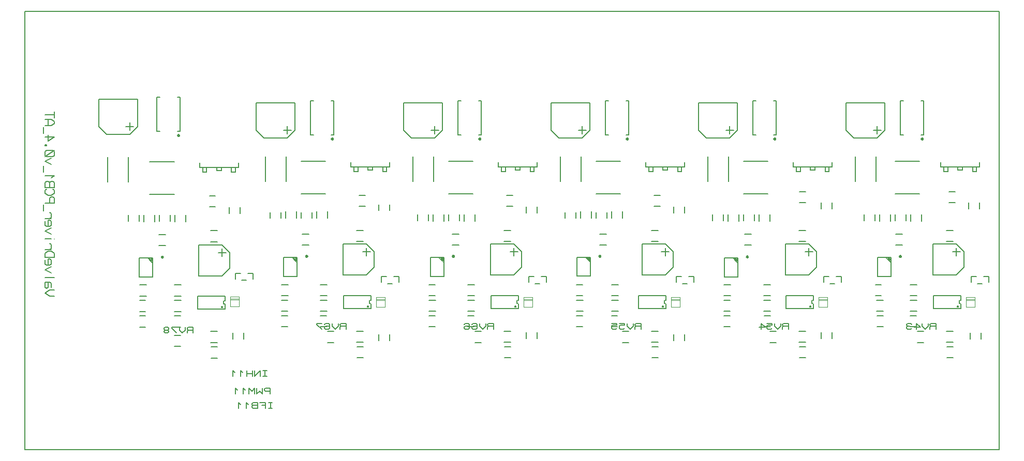
<source format=gbr>
G04 PROTEUS RS274X GERBER FILE*
%FSLAX45Y45*%
%MOMM*%
G01*
%ADD39C,0.203200*%
%ADD42C,0.250000*%
%ADD41C,0.200000*%
%ADD43C,0.101600*%
%ADD44C,0.100000*%
D39*
X-7429500Y-4254500D02*
X+8509000Y-4254500D01*
X+8509000Y+2921000D01*
X-7429500Y+2921000D01*
X-7429500Y-4254500D01*
X+8051800Y-1424940D02*
X+8140700Y-1424940D01*
X+8158480Y-1536700D02*
X+8229600Y-1536700D01*
X+8051800Y-1424940D02*
X+8051800Y-1516380D01*
X+8341360Y-1518920D02*
X+8341360Y-1424940D01*
X+8255000Y-1424940D01*
X+8191500Y+452120D02*
X+8191500Y+375920D01*
X+7556500Y+375920D01*
X+7556500Y+452120D01*
X+7912100Y+375920D02*
X+7912100Y+325120D01*
X+7835900Y+325120D01*
X+7835900Y+375920D01*
X+8140700Y+375920D02*
X+8140700Y+299720D01*
X+8077200Y+299720D01*
X+8077200Y+375920D01*
X+7607300Y+375920D02*
X+7607300Y+299720D01*
X+7670800Y+299720D01*
X+7670800Y+375920D02*
X+7670800Y+299720D01*
X+5638800Y-1424940D02*
X+5727700Y-1424940D01*
X+5745480Y-1536700D02*
X+5816600Y-1536700D01*
X+5638800Y-1424940D02*
X+5638800Y-1516380D01*
X+5928360Y-1518920D02*
X+5928360Y-1424940D01*
X+5842000Y-1424940D01*
X+5778500Y+452120D02*
X+5778500Y+375920D01*
X+5143500Y+375920D01*
X+5143500Y+452120D01*
X+5499100Y+375920D02*
X+5499100Y+325120D01*
X+5422900Y+325120D01*
X+5422900Y+375920D01*
X+5727700Y+375920D02*
X+5727700Y+299720D01*
X+5664200Y+299720D01*
X+5664200Y+375920D01*
X+5194300Y+375920D02*
X+5194300Y+299720D01*
X+5257800Y+299720D01*
X+5257800Y+375920D02*
X+5257800Y+299720D01*
X+3225800Y-1424940D02*
X+3314700Y-1424940D01*
X+3332480Y-1536700D02*
X+3403600Y-1536700D01*
X+3225800Y-1424940D02*
X+3225800Y-1516380D01*
X+3515360Y-1518920D02*
X+3515360Y-1424940D01*
X+3429000Y-1424940D01*
X+3365500Y+452120D02*
X+3365500Y+375920D01*
X+2730500Y+375920D01*
X+2730500Y+452120D01*
X+3086100Y+375920D02*
X+3086100Y+325120D01*
X+3009900Y+325120D01*
X+3009900Y+375920D01*
X+3314700Y+375920D02*
X+3314700Y+299720D01*
X+3251200Y+299720D01*
X+3251200Y+375920D01*
X+2781300Y+375920D02*
X+2781300Y+299720D01*
X+2844800Y+299720D01*
X+2844800Y+375920D02*
X+2844800Y+299720D01*
X+812800Y-1424940D02*
X+901700Y-1424940D01*
X+919480Y-1536700D02*
X+990600Y-1536700D01*
X+812800Y-1424940D02*
X+812800Y-1516380D01*
X+1102360Y-1518920D02*
X+1102360Y-1424940D01*
X+1016000Y-1424940D01*
X+952500Y+452120D02*
X+952500Y+375920D01*
X+317500Y+375920D01*
X+317500Y+452120D01*
X+673100Y+375920D02*
X+673100Y+325120D01*
X+596900Y+325120D01*
X+596900Y+375920D01*
X+901700Y+375920D02*
X+901700Y+299720D01*
X+838200Y+299720D01*
X+838200Y+375920D01*
X+368300Y+375920D02*
X+368300Y+299720D01*
X+431800Y+299720D01*
X+431800Y+375920D02*
X+431800Y+299720D01*
X-1600200Y-1424940D02*
X-1511300Y-1424940D01*
X-1493520Y-1536700D02*
X-1422400Y-1536700D01*
X-1600200Y-1424940D02*
X-1600200Y-1516380D01*
X-1310640Y-1518920D02*
X-1310640Y-1424940D01*
X-1397000Y-1424940D01*
X-1460500Y+452120D02*
X-1460500Y+375920D01*
X-2095500Y+375920D01*
X-2095500Y+452120D01*
X-1739900Y+375920D02*
X-1739900Y+325120D01*
X-1816100Y+325120D01*
X-1816100Y+375920D01*
X-1511300Y+375920D02*
X-1511300Y+299720D01*
X-1574800Y+299720D01*
X-1574800Y+375920D01*
X-2044700Y+375920D02*
X-2044700Y+299720D01*
X-1981200Y+299720D01*
X-1981200Y+375920D02*
X-1981200Y+299720D01*
D42*
X+7259100Y+834620D02*
X+7259057Y+835659D01*
X+7258705Y+837738D01*
X+7257968Y+839817D01*
X+7256764Y+841896D01*
X+7254923Y+843946D01*
X+7252844Y+845449D01*
X+7250765Y+846406D01*
X+7248686Y+846945D01*
X+7246607Y+847120D01*
X+7246600Y+847120D01*
X+7234100Y+834620D02*
X+7234143Y+835659D01*
X+7234495Y+837738D01*
X+7235232Y+839817D01*
X+7236436Y+841896D01*
X+7238277Y+843946D01*
X+7240356Y+845449D01*
X+7242435Y+846406D01*
X+7244514Y+846945D01*
X+7246593Y+847120D01*
X+7246600Y+847120D01*
X+7234100Y+834620D02*
X+7234143Y+833581D01*
X+7234495Y+831502D01*
X+7235232Y+829423D01*
X+7236436Y+827344D01*
X+7238277Y+825294D01*
X+7240356Y+823791D01*
X+7242435Y+822834D01*
X+7244514Y+822295D01*
X+7246593Y+822120D01*
X+7246600Y+822120D01*
X+7259100Y+834620D02*
X+7259057Y+833581D01*
X+7258705Y+831502D01*
X+7257968Y+829423D01*
X+7256764Y+827344D01*
X+7254923Y+825294D01*
X+7252844Y+823791D01*
X+7250765Y+822834D01*
X+7248686Y+822295D01*
X+7246607Y+822120D01*
X+7246600Y+822120D01*
D41*
X+7231600Y+899620D02*
X+7276600Y+899620D01*
X+7276600Y+1459620D01*
X+7231600Y+1459620D01*
X+6941600Y+899620D02*
X+6896600Y+899620D01*
X+6896600Y+1459620D01*
X+6941600Y+1459620D01*
D43*
X+7969100Y-1793340D02*
X+8109100Y-1793340D01*
X+7969100Y-1813340D02*
X+8109100Y-1813340D01*
X+7969100Y-1923340D02*
X+8109100Y-1923340D01*
X+8109100Y-1763340D01*
X+7969100Y-1763340D01*
X+7969100Y-1923340D01*
D42*
X+4846100Y+834620D02*
X+4846057Y+835659D01*
X+4845705Y+837738D01*
X+4844968Y+839817D01*
X+4843764Y+841896D01*
X+4841923Y+843946D01*
X+4839844Y+845449D01*
X+4837765Y+846406D01*
X+4835686Y+846945D01*
X+4833607Y+847120D01*
X+4833600Y+847120D01*
X+4821100Y+834620D02*
X+4821143Y+835659D01*
X+4821495Y+837738D01*
X+4822232Y+839817D01*
X+4823436Y+841896D01*
X+4825277Y+843946D01*
X+4827356Y+845449D01*
X+4829435Y+846406D01*
X+4831514Y+846945D01*
X+4833593Y+847120D01*
X+4833600Y+847120D01*
X+4821100Y+834620D02*
X+4821143Y+833581D01*
X+4821495Y+831502D01*
X+4822232Y+829423D01*
X+4823436Y+827344D01*
X+4825277Y+825294D01*
X+4827356Y+823791D01*
X+4829435Y+822834D01*
X+4831514Y+822295D01*
X+4833593Y+822120D01*
X+4833600Y+822120D01*
X+4846100Y+834620D02*
X+4846057Y+833581D01*
X+4845705Y+831502D01*
X+4844968Y+829423D01*
X+4843764Y+827344D01*
X+4841923Y+825294D01*
X+4839844Y+823791D01*
X+4837765Y+822834D01*
X+4835686Y+822295D01*
X+4833607Y+822120D01*
X+4833600Y+822120D01*
D41*
X+4818600Y+899620D02*
X+4863600Y+899620D01*
X+4863600Y+1459620D01*
X+4818600Y+1459620D01*
X+4528600Y+899620D02*
X+4483600Y+899620D01*
X+4483600Y+1459620D01*
X+4528600Y+1459620D01*
D43*
X+5556100Y-1793340D02*
X+5696100Y-1793340D01*
X+5556100Y-1813340D02*
X+5696100Y-1813340D01*
X+5556100Y-1923340D02*
X+5696100Y-1923340D01*
X+5696100Y-1763340D01*
X+5556100Y-1763340D01*
X+5556100Y-1923340D01*
D42*
X+2433100Y+834620D02*
X+2433057Y+835659D01*
X+2432705Y+837738D01*
X+2431968Y+839817D01*
X+2430764Y+841896D01*
X+2428923Y+843946D01*
X+2426844Y+845449D01*
X+2424765Y+846406D01*
X+2422686Y+846945D01*
X+2420607Y+847120D01*
X+2420600Y+847120D01*
X+2408100Y+834620D02*
X+2408143Y+835659D01*
X+2408495Y+837738D01*
X+2409232Y+839817D01*
X+2410436Y+841896D01*
X+2412277Y+843946D01*
X+2414356Y+845449D01*
X+2416435Y+846406D01*
X+2418514Y+846945D01*
X+2420593Y+847120D01*
X+2420600Y+847120D01*
X+2408100Y+834620D02*
X+2408143Y+833581D01*
X+2408495Y+831502D01*
X+2409232Y+829423D01*
X+2410436Y+827344D01*
X+2412277Y+825294D01*
X+2414356Y+823791D01*
X+2416435Y+822834D01*
X+2418514Y+822295D01*
X+2420593Y+822120D01*
X+2420600Y+822120D01*
X+2433100Y+834620D02*
X+2433057Y+833581D01*
X+2432705Y+831502D01*
X+2431968Y+829423D01*
X+2430764Y+827344D01*
X+2428923Y+825294D01*
X+2426844Y+823791D01*
X+2424765Y+822834D01*
X+2422686Y+822295D01*
X+2420607Y+822120D01*
X+2420600Y+822120D01*
D41*
X+2405600Y+899620D02*
X+2450600Y+899620D01*
X+2450600Y+1459620D01*
X+2405600Y+1459620D01*
X+2115600Y+899620D02*
X+2070600Y+899620D01*
X+2070600Y+1459620D01*
X+2115600Y+1459620D01*
D43*
X+3143100Y-1793340D02*
X+3283100Y-1793340D01*
X+3143100Y-1813340D02*
X+3283100Y-1813340D01*
X+3143100Y-1923340D02*
X+3283100Y-1923340D01*
X+3283100Y-1763340D01*
X+3143100Y-1763340D01*
X+3143100Y-1923340D01*
D42*
X+20100Y+834620D02*
X+20057Y+835659D01*
X+19705Y+837738D01*
X+18968Y+839817D01*
X+17764Y+841896D01*
X+15923Y+843946D01*
X+13844Y+845449D01*
X+11765Y+846406D01*
X+9686Y+846945D01*
X+7607Y+847120D01*
X+7600Y+847120D01*
X-4900Y+834620D02*
X-4857Y+835659D01*
X-4505Y+837738D01*
X-3768Y+839817D01*
X-2564Y+841896D01*
X-723Y+843946D01*
X+1356Y+845449D01*
X+3435Y+846406D01*
X+5514Y+846945D01*
X+7593Y+847120D01*
X+7600Y+847120D01*
X-4900Y+834620D02*
X-4857Y+833581D01*
X-4505Y+831502D01*
X-3768Y+829423D01*
X-2564Y+827344D01*
X-723Y+825294D01*
X+1356Y+823791D01*
X+3435Y+822834D01*
X+5514Y+822295D01*
X+7593Y+822120D01*
X+7600Y+822120D01*
X+20100Y+834620D02*
X+20057Y+833581D01*
X+19705Y+831502D01*
X+18968Y+829423D01*
X+17764Y+827344D01*
X+15923Y+825294D01*
X+13844Y+823791D01*
X+11765Y+822834D01*
X+9686Y+822295D01*
X+7607Y+822120D01*
X+7600Y+822120D01*
D41*
X-7400Y+899620D02*
X+37600Y+899620D01*
X+37600Y+1459620D01*
X-7400Y+1459620D01*
X-297400Y+899620D02*
X-342400Y+899620D01*
X-342400Y+1459620D01*
X-297400Y+1459620D01*
D43*
X+730100Y-1793340D02*
X+870100Y-1793340D01*
X+730100Y-1813340D02*
X+870100Y-1813340D01*
X+730100Y-1923340D02*
X+870100Y-1923340D01*
X+870100Y-1763340D01*
X+730100Y-1763340D01*
X+730100Y-1923340D01*
D42*
X-2392900Y+834620D02*
X-2392943Y+835659D01*
X-2393295Y+837738D01*
X-2394032Y+839817D01*
X-2395236Y+841896D01*
X-2397077Y+843946D01*
X-2399156Y+845449D01*
X-2401235Y+846406D01*
X-2403314Y+846945D01*
X-2405393Y+847120D01*
X-2405400Y+847120D01*
X-2417900Y+834620D02*
X-2417857Y+835659D01*
X-2417505Y+837738D01*
X-2416768Y+839817D01*
X-2415564Y+841896D01*
X-2413723Y+843946D01*
X-2411644Y+845449D01*
X-2409565Y+846406D01*
X-2407486Y+846945D01*
X-2405407Y+847120D01*
X-2405400Y+847120D01*
X-2417900Y+834620D02*
X-2417857Y+833581D01*
X-2417505Y+831502D01*
X-2416768Y+829423D01*
X-2415564Y+827344D01*
X-2413723Y+825294D01*
X-2411644Y+823791D01*
X-2409565Y+822834D01*
X-2407486Y+822295D01*
X-2405407Y+822120D01*
X-2405400Y+822120D01*
X-2392900Y+834620D02*
X-2392943Y+833581D01*
X-2393295Y+831502D01*
X-2394032Y+829423D01*
X-2395236Y+827344D01*
X-2397077Y+825294D01*
X-2399156Y+823791D01*
X-2401235Y+822834D01*
X-2403314Y+822295D01*
X-2405393Y+822120D01*
X-2405400Y+822120D01*
D41*
X-2420400Y+899620D02*
X-2375400Y+899620D01*
X-2375400Y+1459620D01*
X-2420400Y+1459620D01*
X-2710400Y+899620D02*
X-2755400Y+899620D01*
X-2755400Y+1459620D01*
X-2710400Y+1459620D01*
D43*
X-1682900Y-1793340D02*
X-1542900Y-1793340D01*
X-1682900Y-1813340D02*
X-1542900Y-1813340D01*
X-1682900Y-1923340D02*
X-1542900Y-1923340D01*
X-1542900Y-1763340D01*
X-1682900Y-1763340D01*
X-1682900Y-1923340D01*
D41*
X+6805600Y+463120D02*
X+7205600Y+463120D01*
X+6805600Y-66880D02*
X+7205600Y-66880D01*
X+4329100Y+463120D02*
X+4729100Y+463120D01*
X+4329100Y-66880D02*
X+4729100Y-66880D01*
X+1916100Y+463120D02*
X+2316100Y+463120D01*
X+1916100Y-66880D02*
X+2316100Y-66880D01*
X-496900Y+463120D02*
X-96900Y+463120D01*
X-496900Y-66880D02*
X-96900Y-66880D01*
X-2909900Y+463120D02*
X-2509900Y+463120D01*
X-2909900Y-66880D02*
X-2509900Y-66880D01*
D39*
X+6642100Y+978120D02*
X+6515100Y+851120D01*
X+6134100Y+851120D01*
X+6007100Y+978120D01*
X+6007100Y+1422620D01*
X+6642100Y+1422620D01*
X+6642100Y+978120D01*
X+6515100Y+914620D02*
X+6515100Y+1041620D01*
X+6578600Y+978120D02*
X+6451600Y+978120D01*
X+4229100Y+978120D02*
X+4102100Y+851120D01*
X+3721100Y+851120D01*
X+3594100Y+978120D01*
X+3594100Y+1422620D01*
X+4229100Y+1422620D01*
X+4229100Y+978120D01*
X+4102100Y+914620D02*
X+4102100Y+1041620D01*
X+4165600Y+978120D02*
X+4038600Y+978120D01*
X+1816100Y+978120D02*
X+1689100Y+851120D01*
X+1308100Y+851120D01*
X+1181100Y+978120D01*
X+1181100Y+1422620D01*
X+1816100Y+1422620D01*
X+1816100Y+978120D01*
X+1689100Y+914620D02*
X+1689100Y+1041620D01*
X+1752600Y+978120D02*
X+1625600Y+978120D01*
X-596900Y+978120D02*
X-723900Y+851120D01*
X-1104900Y+851120D01*
X-1231900Y+978120D01*
X-1231900Y+1422620D01*
X-596900Y+1422620D01*
X-596900Y+978120D01*
X-723900Y+914620D02*
X-723900Y+1041620D01*
X-660400Y+978120D02*
X-787400Y+978120D01*
X-3009900Y+978120D02*
X-3136900Y+851120D01*
X-3517900Y+851120D01*
X-3644900Y+978120D01*
X-3644900Y+1422620D01*
X-3009900Y+1422620D01*
X-3009900Y+978120D01*
X-3136900Y+914620D02*
X-3136900Y+1041620D01*
X-3073400Y+978120D02*
X-3200400Y+978120D01*
D42*
X+6902800Y-1090900D02*
X+6902757Y-1089861D01*
X+6902405Y-1087782D01*
X+6901668Y-1085703D01*
X+6900464Y-1083624D01*
X+6898623Y-1081574D01*
X+6896544Y-1080071D01*
X+6894465Y-1079114D01*
X+6892386Y-1078575D01*
X+6890307Y-1078400D01*
X+6890300Y-1078400D01*
X+6877800Y-1090900D02*
X+6877843Y-1089861D01*
X+6878195Y-1087782D01*
X+6878932Y-1085703D01*
X+6880136Y-1083624D01*
X+6881977Y-1081574D01*
X+6884056Y-1080071D01*
X+6886135Y-1079114D01*
X+6888214Y-1078575D01*
X+6890293Y-1078400D01*
X+6890300Y-1078400D01*
X+6877800Y-1090900D02*
X+6877843Y-1091939D01*
X+6878195Y-1094018D01*
X+6878932Y-1096097D01*
X+6880136Y-1098176D01*
X+6881977Y-1100226D01*
X+6884056Y-1101729D01*
X+6886135Y-1102686D01*
X+6888214Y-1103225D01*
X+6890293Y-1103400D01*
X+6890300Y-1103400D01*
X+6902800Y-1090900D02*
X+6902757Y-1091939D01*
X+6902405Y-1094018D01*
X+6901668Y-1096097D01*
X+6900464Y-1098176D01*
X+6898623Y-1100226D01*
X+6896544Y-1101729D01*
X+6894465Y-1102686D01*
X+6892386Y-1103225D01*
X+6890307Y-1103400D01*
X+6890300Y-1103400D01*
D41*
X+6740300Y-1420900D02*
X+6520300Y-1420900D01*
X+6520300Y-1110900D01*
X+6740300Y-1110900D01*
X+6740300Y-1420900D01*
D44*
X+6740300Y-1120900D02*
X+6730300Y-1110900D01*
X+6740300Y-1130900D02*
X+6720300Y-1110900D01*
X+6740300Y-1140900D02*
X+6710300Y-1110900D01*
X+6740300Y-1150900D02*
X+6700300Y-1110900D01*
X+6740300Y-1160900D02*
X+6690300Y-1110900D01*
X+6740300Y-1170900D02*
X+6680300Y-1110900D01*
X+6740300Y-1180900D02*
X+6670300Y-1110900D01*
X+6740300Y-1190900D02*
X+6660300Y-1110900D01*
X+6740300Y-1200900D02*
X+6650300Y-1110900D01*
D39*
X+7881620Y-1948180D02*
X+7881620Y-1867218D01*
X+7870999Y-1865136D01*
X+7862433Y-1859416D01*
X+7856714Y-1850851D01*
X+7854632Y-1840230D01*
X+7881620Y-1813242D02*
X+7870999Y-1815324D01*
X+7862433Y-1821044D01*
X+7856714Y-1829609D01*
X+7854632Y-1840230D01*
X+7881620Y-1813242D02*
X+7881620Y-1732280D01*
X+7434580Y-1871980D02*
X+7434580Y-1808480D01*
X+7848600Y-1948180D02*
X+7467600Y-1948180D01*
X+7848600Y-1732280D02*
X+7467600Y-1732280D01*
X+7848600Y-1948180D02*
X+7881620Y-1948180D01*
X+7881620Y-1732280D02*
X+7848600Y-1732280D01*
X+7434580Y-1808480D02*
X+7434580Y-1732280D01*
X+7467600Y-1732280D01*
X+7467600Y-1948180D02*
X+7434580Y-1948180D01*
X+7434580Y-1871980D01*
X+7842504Y-1912620D02*
X+7842469Y-1911775D01*
X+7842182Y-1910084D01*
X+7841583Y-1908393D01*
X+7840603Y-1906702D01*
X+7839103Y-1905034D01*
X+7837412Y-1903814D01*
X+7835721Y-1903038D01*
X+7834030Y-1902601D01*
X+7832344Y-1902460D01*
X+7822184Y-1912620D02*
X+7822219Y-1911775D01*
X+7822506Y-1910084D01*
X+7823105Y-1908393D01*
X+7824085Y-1906702D01*
X+7825585Y-1905034D01*
X+7827276Y-1903814D01*
X+7828967Y-1903038D01*
X+7830658Y-1902601D01*
X+7832344Y-1902460D01*
X+7822184Y-1912620D02*
X+7822219Y-1913465D01*
X+7822506Y-1915156D01*
X+7823105Y-1916847D01*
X+7824085Y-1918538D01*
X+7825585Y-1920206D01*
X+7827276Y-1921426D01*
X+7828967Y-1922202D01*
X+7830658Y-1922639D01*
X+7832344Y-1922780D01*
X+7842504Y-1912620D02*
X+7842469Y-1913465D01*
X+7842182Y-1915156D01*
X+7841583Y-1916847D01*
X+7840603Y-1918538D01*
X+7839103Y-1920206D01*
X+7837412Y-1921426D01*
X+7835721Y-1922202D01*
X+7834030Y-1922639D01*
X+7832344Y-1922780D01*
D42*
X+4399100Y-1099100D02*
X+4399057Y-1098061D01*
X+4398705Y-1095982D01*
X+4397968Y-1093903D01*
X+4396764Y-1091824D01*
X+4394923Y-1089774D01*
X+4392844Y-1088271D01*
X+4390765Y-1087314D01*
X+4388686Y-1086775D01*
X+4386607Y-1086600D01*
X+4386600Y-1086600D01*
X+4374100Y-1099100D02*
X+4374143Y-1098061D01*
X+4374495Y-1095982D01*
X+4375232Y-1093903D01*
X+4376436Y-1091824D01*
X+4378277Y-1089774D01*
X+4380356Y-1088271D01*
X+4382435Y-1087314D01*
X+4384514Y-1086775D01*
X+4386593Y-1086600D01*
X+4386600Y-1086600D01*
X+4374100Y-1099100D02*
X+4374143Y-1100139D01*
X+4374495Y-1102218D01*
X+4375232Y-1104297D01*
X+4376436Y-1106376D01*
X+4378277Y-1108426D01*
X+4380356Y-1109929D01*
X+4382435Y-1110886D01*
X+4384514Y-1111425D01*
X+4386593Y-1111600D01*
X+4386600Y-1111600D01*
X+4399100Y-1099100D02*
X+4399057Y-1100139D01*
X+4398705Y-1102218D01*
X+4397968Y-1104297D01*
X+4396764Y-1106376D01*
X+4394923Y-1108426D01*
X+4392844Y-1109929D01*
X+4390765Y-1110886D01*
X+4388686Y-1111425D01*
X+4386607Y-1111600D01*
X+4386600Y-1111600D01*
D41*
X+4236600Y-1429100D02*
X+4016600Y-1429100D01*
X+4016600Y-1119100D01*
X+4236600Y-1119100D01*
X+4236600Y-1429100D01*
D44*
X+4236600Y-1129100D02*
X+4226600Y-1119100D01*
X+4236600Y-1139100D02*
X+4216600Y-1119100D01*
X+4236600Y-1149100D02*
X+4206600Y-1119100D01*
X+4236600Y-1159100D02*
X+4196600Y-1119100D01*
X+4236600Y-1169100D02*
X+4186600Y-1119100D01*
X+4236600Y-1179100D02*
X+4176600Y-1119100D01*
X+4236600Y-1189100D02*
X+4166600Y-1119100D01*
X+4236600Y-1199100D02*
X+4156600Y-1119100D01*
X+4236600Y-1209100D02*
X+4146600Y-1119100D01*
D39*
X+5468620Y-1948180D02*
X+5468620Y-1867218D01*
X+5457999Y-1865136D01*
X+5449433Y-1859416D01*
X+5443714Y-1850851D01*
X+5441632Y-1840230D01*
X+5468620Y-1813242D02*
X+5457999Y-1815324D01*
X+5449433Y-1821044D01*
X+5443714Y-1829609D01*
X+5441632Y-1840230D01*
X+5468620Y-1813242D02*
X+5468620Y-1732280D01*
X+5021580Y-1871980D02*
X+5021580Y-1808480D01*
X+5435600Y-1948180D02*
X+5054600Y-1948180D01*
X+5435600Y-1732280D02*
X+5054600Y-1732280D01*
X+5435600Y-1948180D02*
X+5468620Y-1948180D01*
X+5468620Y-1732280D02*
X+5435600Y-1732280D01*
X+5021580Y-1808480D02*
X+5021580Y-1732280D01*
X+5054600Y-1732280D01*
X+5054600Y-1948180D02*
X+5021580Y-1948180D01*
X+5021580Y-1871980D01*
X+5429504Y-1912620D02*
X+5429469Y-1911775D01*
X+5429182Y-1910084D01*
X+5428583Y-1908393D01*
X+5427603Y-1906702D01*
X+5426103Y-1905034D01*
X+5424412Y-1903814D01*
X+5422721Y-1903038D01*
X+5421030Y-1902601D01*
X+5419344Y-1902460D01*
X+5409184Y-1912620D02*
X+5409219Y-1911775D01*
X+5409506Y-1910084D01*
X+5410105Y-1908393D01*
X+5411085Y-1906702D01*
X+5412585Y-1905034D01*
X+5414276Y-1903814D01*
X+5415967Y-1903038D01*
X+5417658Y-1902601D01*
X+5419344Y-1902460D01*
X+5409184Y-1912620D02*
X+5409219Y-1913465D01*
X+5409506Y-1915156D01*
X+5410105Y-1916847D01*
X+5411085Y-1918538D01*
X+5412585Y-1920206D01*
X+5414276Y-1921426D01*
X+5415967Y-1922202D01*
X+5417658Y-1922639D01*
X+5419344Y-1922780D01*
X+5429504Y-1912620D02*
X+5429469Y-1913465D01*
X+5429182Y-1915156D01*
X+5428583Y-1916847D01*
X+5427603Y-1918538D01*
X+5426103Y-1920206D01*
X+5424412Y-1921426D01*
X+5422721Y-1922202D01*
X+5421030Y-1922639D01*
X+5419344Y-1922780D01*
D42*
X+1986100Y-1086400D02*
X+1986057Y-1085361D01*
X+1985705Y-1083282D01*
X+1984968Y-1081203D01*
X+1983764Y-1079124D01*
X+1981923Y-1077074D01*
X+1979844Y-1075571D01*
X+1977765Y-1074614D01*
X+1975686Y-1074075D01*
X+1973607Y-1073900D01*
X+1973600Y-1073900D01*
X+1961100Y-1086400D02*
X+1961143Y-1085361D01*
X+1961495Y-1083282D01*
X+1962232Y-1081203D01*
X+1963436Y-1079124D01*
X+1965277Y-1077074D01*
X+1967356Y-1075571D01*
X+1969435Y-1074614D01*
X+1971514Y-1074075D01*
X+1973593Y-1073900D01*
X+1973600Y-1073900D01*
X+1961100Y-1086400D02*
X+1961143Y-1087439D01*
X+1961495Y-1089518D01*
X+1962232Y-1091597D01*
X+1963436Y-1093676D01*
X+1965277Y-1095726D01*
X+1967356Y-1097229D01*
X+1969435Y-1098186D01*
X+1971514Y-1098725D01*
X+1973593Y-1098900D01*
X+1973600Y-1098900D01*
X+1986100Y-1086400D02*
X+1986057Y-1087439D01*
X+1985705Y-1089518D01*
X+1984968Y-1091597D01*
X+1983764Y-1093676D01*
X+1981923Y-1095726D01*
X+1979844Y-1097229D01*
X+1977765Y-1098186D01*
X+1975686Y-1098725D01*
X+1973607Y-1098900D01*
X+1973600Y-1098900D01*
D41*
X+1823600Y-1416400D02*
X+1603600Y-1416400D01*
X+1603600Y-1106400D01*
X+1823600Y-1106400D01*
X+1823600Y-1416400D01*
D44*
X+1823600Y-1116400D02*
X+1813600Y-1106400D01*
X+1823600Y-1126400D02*
X+1803600Y-1106400D01*
X+1823600Y-1136400D02*
X+1793600Y-1106400D01*
X+1823600Y-1146400D02*
X+1783600Y-1106400D01*
X+1823600Y-1156400D02*
X+1773600Y-1106400D01*
X+1823600Y-1166400D02*
X+1763600Y-1106400D01*
X+1823600Y-1176400D02*
X+1753600Y-1106400D01*
X+1823600Y-1186400D02*
X+1743600Y-1106400D01*
X+1823600Y-1196400D02*
X+1733600Y-1106400D01*
D39*
X+3055620Y-1948180D02*
X+3055620Y-1867218D01*
X+3044999Y-1865136D01*
X+3036433Y-1859416D01*
X+3030714Y-1850851D01*
X+3028632Y-1840230D01*
X+3055620Y-1813242D02*
X+3044999Y-1815324D01*
X+3036433Y-1821044D01*
X+3030714Y-1829609D01*
X+3028632Y-1840230D01*
X+3055620Y-1813242D02*
X+3055620Y-1732280D01*
X+2608580Y-1871980D02*
X+2608580Y-1808480D01*
X+3022600Y-1948180D02*
X+2641600Y-1948180D01*
X+3022600Y-1732280D02*
X+2641600Y-1732280D01*
X+3022600Y-1948180D02*
X+3055620Y-1948180D01*
X+3055620Y-1732280D02*
X+3022600Y-1732280D01*
X+2608580Y-1808480D02*
X+2608580Y-1732280D01*
X+2641600Y-1732280D01*
X+2641600Y-1948180D02*
X+2608580Y-1948180D01*
X+2608580Y-1871980D01*
X+3016504Y-1912620D02*
X+3016469Y-1911775D01*
X+3016182Y-1910084D01*
X+3015583Y-1908393D01*
X+3014603Y-1906702D01*
X+3013103Y-1905034D01*
X+3011412Y-1903814D01*
X+3009721Y-1903038D01*
X+3008030Y-1902601D01*
X+3006344Y-1902460D01*
X+2996184Y-1912620D02*
X+2996219Y-1911775D01*
X+2996506Y-1910084D01*
X+2997105Y-1908393D01*
X+2998085Y-1906702D01*
X+2999585Y-1905034D01*
X+3001276Y-1903814D01*
X+3002967Y-1903038D01*
X+3004658Y-1902601D01*
X+3006344Y-1902460D01*
X+2996184Y-1912620D02*
X+2996219Y-1913465D01*
X+2996506Y-1915156D01*
X+2997105Y-1916847D01*
X+2998085Y-1918538D01*
X+2999585Y-1920206D01*
X+3001276Y-1921426D01*
X+3002967Y-1922202D01*
X+3004658Y-1922639D01*
X+3006344Y-1922780D01*
X+3016504Y-1912620D02*
X+3016469Y-1913465D01*
X+3016182Y-1915156D01*
X+3015583Y-1916847D01*
X+3014603Y-1918538D01*
X+3013103Y-1920206D01*
X+3011412Y-1921426D01*
X+3009721Y-1922202D01*
X+3008030Y-1922639D01*
X+3006344Y-1922780D01*
D42*
X-412400Y-1087900D02*
X-412443Y-1086861D01*
X-412795Y-1084782D01*
X-413532Y-1082703D01*
X-414736Y-1080624D01*
X-416577Y-1078574D01*
X-418656Y-1077071D01*
X-420735Y-1076114D01*
X-422814Y-1075575D01*
X-424893Y-1075400D01*
X-424900Y-1075400D01*
X-437400Y-1087900D02*
X-437357Y-1086861D01*
X-437005Y-1084782D01*
X-436268Y-1082703D01*
X-435064Y-1080624D01*
X-433223Y-1078574D01*
X-431144Y-1077071D01*
X-429065Y-1076114D01*
X-426986Y-1075575D01*
X-424907Y-1075400D01*
X-424900Y-1075400D01*
X-437400Y-1087900D02*
X-437357Y-1088939D01*
X-437005Y-1091018D01*
X-436268Y-1093097D01*
X-435064Y-1095176D01*
X-433223Y-1097226D01*
X-431144Y-1098729D01*
X-429065Y-1099686D01*
X-426986Y-1100225D01*
X-424907Y-1100400D01*
X-424900Y-1100400D01*
X-412400Y-1087900D02*
X-412443Y-1088939D01*
X-412795Y-1091018D01*
X-413532Y-1093097D01*
X-414736Y-1095176D01*
X-416577Y-1097226D01*
X-418656Y-1098729D01*
X-420735Y-1099686D01*
X-422814Y-1100225D01*
X-424893Y-1100400D01*
X-424900Y-1100400D01*
D41*
X-574900Y-1417900D02*
X-794900Y-1417900D01*
X-794900Y-1107900D01*
X-574900Y-1107900D01*
X-574900Y-1417900D01*
D44*
X-574900Y-1117900D02*
X-584900Y-1107900D01*
X-574900Y-1127900D02*
X-594900Y-1107900D01*
X-574900Y-1137900D02*
X-604900Y-1107900D01*
X-574900Y-1147900D02*
X-614900Y-1107900D01*
X-574900Y-1157900D02*
X-624900Y-1107900D01*
X-574900Y-1167900D02*
X-634900Y-1107900D01*
X-574900Y-1177900D02*
X-644900Y-1107900D01*
X-574900Y-1187900D02*
X-654900Y-1107900D01*
X-574900Y-1197900D02*
X-664900Y-1107900D01*
D39*
X+642620Y-1948180D02*
X+642620Y-1867218D01*
X+631999Y-1865136D01*
X+623433Y-1859416D01*
X+617714Y-1850851D01*
X+615632Y-1840230D01*
X+642620Y-1813242D02*
X+631999Y-1815324D01*
X+623433Y-1821044D01*
X+617714Y-1829609D01*
X+615632Y-1840230D01*
X+642620Y-1813242D02*
X+642620Y-1732280D01*
X+195580Y-1871980D02*
X+195580Y-1808480D01*
X+609600Y-1948180D02*
X+228600Y-1948180D01*
X+609600Y-1732280D02*
X+228600Y-1732280D01*
X+609600Y-1948180D02*
X+642620Y-1948180D01*
X+642620Y-1732280D02*
X+609600Y-1732280D01*
X+195580Y-1808480D02*
X+195580Y-1732280D01*
X+228600Y-1732280D01*
X+228600Y-1948180D02*
X+195580Y-1948180D01*
X+195580Y-1871980D01*
X+603504Y-1912620D02*
X+603469Y-1911775D01*
X+603182Y-1910084D01*
X+602583Y-1908393D01*
X+601603Y-1906702D01*
X+600103Y-1905034D01*
X+598412Y-1903814D01*
X+596721Y-1903038D01*
X+595030Y-1902601D01*
X+593344Y-1902460D01*
X+583184Y-1912620D02*
X+583219Y-1911775D01*
X+583506Y-1910084D01*
X+584105Y-1908393D01*
X+585085Y-1906702D01*
X+586585Y-1905034D01*
X+588276Y-1903814D01*
X+589967Y-1903038D01*
X+591658Y-1902601D01*
X+593344Y-1902460D01*
X+583184Y-1912620D02*
X+583219Y-1913465D01*
X+583506Y-1915156D01*
X+584105Y-1916847D01*
X+585085Y-1918538D01*
X+586585Y-1920206D01*
X+588276Y-1921426D01*
X+589967Y-1922202D01*
X+591658Y-1922639D01*
X+593344Y-1922780D01*
X+603504Y-1912620D02*
X+603469Y-1913465D01*
X+603182Y-1915156D01*
X+602583Y-1916847D01*
X+601603Y-1918538D01*
X+600103Y-1920206D01*
X+598412Y-1921426D01*
X+596721Y-1922202D01*
X+595030Y-1922639D01*
X+593344Y-1922780D01*
D42*
X-2812700Y-1087900D02*
X-2812743Y-1086861D01*
X-2813095Y-1084782D01*
X-2813832Y-1082703D01*
X-2815036Y-1080624D01*
X-2816877Y-1078574D01*
X-2818956Y-1077071D01*
X-2821035Y-1076114D01*
X-2823114Y-1075575D01*
X-2825193Y-1075400D01*
X-2825200Y-1075400D01*
X-2837700Y-1087900D02*
X-2837657Y-1086861D01*
X-2837305Y-1084782D01*
X-2836568Y-1082703D01*
X-2835364Y-1080624D01*
X-2833523Y-1078574D01*
X-2831444Y-1077071D01*
X-2829365Y-1076114D01*
X-2827286Y-1075575D01*
X-2825207Y-1075400D01*
X-2825200Y-1075400D01*
X-2837700Y-1087900D02*
X-2837657Y-1088939D01*
X-2837305Y-1091018D01*
X-2836568Y-1093097D01*
X-2835364Y-1095176D01*
X-2833523Y-1097226D01*
X-2831444Y-1098729D01*
X-2829365Y-1099686D01*
X-2827286Y-1100225D01*
X-2825207Y-1100400D01*
X-2825200Y-1100400D01*
X-2812700Y-1087900D02*
X-2812743Y-1088939D01*
X-2813095Y-1091018D01*
X-2813832Y-1093097D01*
X-2815036Y-1095176D01*
X-2816877Y-1097226D01*
X-2818956Y-1098729D01*
X-2821035Y-1099686D01*
X-2823114Y-1100225D01*
X-2825193Y-1100400D01*
X-2825200Y-1100400D01*
D41*
X-2975200Y-1417900D02*
X-3195200Y-1417900D01*
X-3195200Y-1107900D01*
X-2975200Y-1107900D01*
X-2975200Y-1417900D01*
D44*
X-2975200Y-1117900D02*
X-2985200Y-1107900D01*
X-2975200Y-1127900D02*
X-2995200Y-1107900D01*
X-2975200Y-1137900D02*
X-3005200Y-1107900D01*
X-2975200Y-1147900D02*
X-3015200Y-1107900D01*
X-2975200Y-1157900D02*
X-3025200Y-1107900D01*
X-2975200Y-1167900D02*
X-3035200Y-1107900D01*
X-2975200Y-1177900D02*
X-3045200Y-1107900D01*
X-2975200Y-1187900D02*
X-3055200Y-1107900D01*
X-2975200Y-1197900D02*
X-3065200Y-1107900D01*
D39*
X-1770380Y-1948180D02*
X-1770380Y-1867218D01*
X-1781001Y-1865136D01*
X-1789567Y-1859416D01*
X-1795286Y-1850851D01*
X-1797368Y-1840230D01*
X-1770380Y-1813242D02*
X-1781001Y-1815324D01*
X-1789567Y-1821044D01*
X-1795286Y-1829609D01*
X-1797368Y-1840230D01*
X-1770380Y-1813242D02*
X-1770380Y-1732280D01*
X-2217420Y-1871980D02*
X-2217420Y-1808480D01*
X-1803400Y-1948180D02*
X-2184400Y-1948180D01*
X-1803400Y-1732280D02*
X-2184400Y-1732280D01*
X-1803400Y-1948180D02*
X-1770380Y-1948180D01*
X-1770380Y-1732280D02*
X-1803400Y-1732280D01*
X-2217420Y-1808480D02*
X-2217420Y-1732280D01*
X-2184400Y-1732280D01*
X-2184400Y-1948180D02*
X-2217420Y-1948180D01*
X-2217420Y-1871980D01*
X-1809496Y-1912620D02*
X-1809531Y-1911775D01*
X-1809818Y-1910084D01*
X-1810417Y-1908393D01*
X-1811397Y-1906702D01*
X-1812897Y-1905034D01*
X-1814588Y-1903814D01*
X-1816279Y-1903038D01*
X-1817970Y-1902601D01*
X-1819656Y-1902460D01*
X-1829816Y-1912620D02*
X-1829781Y-1911775D01*
X-1829494Y-1910084D01*
X-1828895Y-1908393D01*
X-1827915Y-1906702D01*
X-1826415Y-1905034D01*
X-1824724Y-1903814D01*
X-1823033Y-1903038D01*
X-1821342Y-1902601D01*
X-1819656Y-1902460D01*
X-1829816Y-1912620D02*
X-1829781Y-1913465D01*
X-1829494Y-1915156D01*
X-1828895Y-1916847D01*
X-1827915Y-1918538D01*
X-1826415Y-1920206D01*
X-1824724Y-1921426D01*
X-1823033Y-1922202D01*
X-1821342Y-1922639D01*
X-1819656Y-1922780D01*
X-1809496Y-1912620D02*
X-1809531Y-1913465D01*
X-1809818Y-1915156D01*
X-1810417Y-1916847D01*
X-1811397Y-1918538D01*
X-1812897Y-1920206D01*
X-1814588Y-1921426D01*
X-1816279Y-1922202D01*
X-1817970Y-1922639D01*
X-1819656Y-1922780D01*
D41*
X-3157400Y+542620D02*
X-3157400Y+132620D01*
X-3497400Y+542620D02*
X-3497400Y+132620D01*
X+6494600Y+542620D02*
X+6494600Y+132620D01*
X+6154600Y+542620D02*
X+6154600Y+132620D01*
X+1668600Y+542620D02*
X+1668600Y+132620D01*
X+1328600Y+542620D02*
X+1328600Y+132620D01*
X+4081600Y+542620D02*
X+4081600Y+132620D01*
X+3741600Y+542620D02*
X+3741600Y+132620D01*
X-744400Y+542620D02*
X-744400Y+132620D01*
X-1084400Y+542620D02*
X-1084400Y+132620D01*
D39*
X+7810500Y-889000D02*
X+7937500Y-1016000D01*
X+7937500Y-1270000D01*
X+7810500Y-1397000D01*
X+7429500Y-1397000D01*
X+7429500Y-889000D01*
X+7810500Y-889000D01*
X+7874000Y-1016000D02*
X+7747000Y-1016000D01*
X+7810500Y-952500D02*
X+7810500Y-1079500D01*
D41*
X+7753600Y-844380D02*
X+7643600Y-844380D01*
X+7753600Y-664380D02*
X+7643600Y-664380D01*
D39*
X+5397500Y-889000D02*
X+5524500Y-1016000D01*
X+5524500Y-1270000D01*
X+5397500Y-1397000D01*
X+5016500Y-1397000D01*
X+5016500Y-889000D01*
X+5397500Y-889000D01*
X+5461000Y-1016000D02*
X+5334000Y-1016000D01*
X+5397500Y-952500D02*
X+5397500Y-1079500D01*
D41*
X+5340600Y-844380D02*
X+5230600Y-844380D01*
X+5340600Y-664380D02*
X+5230600Y-664380D01*
D39*
X+3048000Y-889000D02*
X+3175000Y-1016000D01*
X+3175000Y-1270000D01*
X+3048000Y-1397000D01*
X+2667000Y-1397000D01*
X+2667000Y-889000D01*
X+3048000Y-889000D01*
X+3111500Y-1016000D02*
X+2984500Y-1016000D01*
X+3048000Y-952500D02*
X+3048000Y-1079500D01*
D41*
X+2927600Y-844380D02*
X+2817600Y-844380D01*
X+2927600Y-664380D02*
X+2817600Y-664380D01*
D39*
X+571500Y-889000D02*
X+698500Y-1016000D01*
X+698500Y-1270000D01*
X+571500Y-1397000D01*
X+190500Y-1397000D01*
X+190500Y-889000D01*
X+571500Y-889000D01*
X+635000Y-1016000D02*
X+508000Y-1016000D01*
X+571500Y-952500D02*
X+571500Y-1079500D01*
D41*
X+514600Y-844380D02*
X+404600Y-844380D01*
X+514600Y-664380D02*
X+404600Y-664380D01*
D39*
X-1841500Y-889000D02*
X-1714500Y-1016000D01*
X-1714500Y-1270000D01*
X-1841500Y-1397000D01*
X-2222500Y-1397000D01*
X-2222500Y-889000D01*
X-1841500Y-889000D01*
X-1778000Y-1016000D02*
X-1905000Y-1016000D01*
X-1841500Y-952500D02*
X-1841500Y-1079500D01*
D41*
X-1898400Y-844380D02*
X-2008400Y-844380D01*
X-1898400Y-664380D02*
X-2008400Y-664380D01*
X+6610600Y-2241380D02*
X+6510600Y-2241380D01*
X+6610600Y-2061380D02*
X+6510600Y-2061380D01*
X+6583100Y-1733380D02*
X+6483100Y-1733380D01*
X+6583100Y-1553380D02*
X+6483100Y-1553380D01*
X+6298100Y-504880D02*
X+6298100Y-404880D01*
X+6478100Y-504880D02*
X+6478100Y-404880D01*
X+6806100Y-504880D02*
X+6806100Y-404880D01*
X+6986100Y-504880D02*
X+6986100Y-404880D01*
X+7154600Y-2241380D02*
X+7054600Y-2241380D01*
X+7154600Y-2061380D02*
X+7054600Y-2061380D01*
X+8218000Y-2345000D02*
X+8218000Y-2445000D01*
X+8038000Y-2345000D02*
X+8038000Y-2445000D01*
X+7753600Y-2495380D02*
X+7643600Y-2495380D01*
X+7753600Y-2315380D02*
X+7643600Y-2315380D01*
X+7240100Y-404880D02*
X+7240100Y-514880D01*
X+7060100Y-404880D02*
X+7060100Y-514880D01*
X+8192600Y-214380D02*
X+8192600Y-314380D01*
X+8012600Y-214380D02*
X+8012600Y-314380D01*
X+7689600Y-29380D02*
X+7789600Y-29380D01*
X+7689600Y-209380D02*
X+7789600Y-209380D01*
X+7753600Y-2749380D02*
X+7653600Y-2749380D01*
X+7753600Y-2569380D02*
X+7653600Y-2569380D01*
X+6732100Y-404880D02*
X+6732100Y-514880D01*
X+6552100Y-404880D02*
X+6552100Y-514880D01*
X+6928100Y-907880D02*
X+6818100Y-907880D01*
X+6928100Y-727880D02*
X+6818100Y-727880D01*
X+7164600Y-1733380D02*
X+7054600Y-1733380D01*
X+7164600Y-1553380D02*
X+7054600Y-1553380D01*
X+7164600Y-1987380D02*
X+7054600Y-1987380D01*
X+7164600Y-1807380D02*
X+7054600Y-1807380D01*
X+6610600Y-1987380D02*
X+6500600Y-1987380D01*
X+6610600Y-1807380D02*
X+6500600Y-1807380D01*
X+4769100Y-1987380D02*
X+4659100Y-1987380D01*
X+4769100Y-1807380D02*
X+4659100Y-1807380D01*
X+4451600Y-907880D02*
X+4341600Y-907880D01*
X+4451600Y-727880D02*
X+4341600Y-727880D01*
X+4116600Y-1733380D02*
X+4006600Y-1733380D01*
X+4116600Y-1553380D02*
X+4006600Y-1553380D01*
X+4255600Y-404880D02*
X+4255600Y-514880D01*
X+4075600Y-404880D02*
X+4075600Y-514880D01*
X+4769100Y-1733380D02*
X+4659100Y-1733380D01*
X+4769100Y-1553380D02*
X+4659100Y-1553380D01*
X+5340600Y-2495380D02*
X+5230600Y-2495380D01*
X+5340600Y-2315380D02*
X+5230600Y-2315380D01*
X+5340600Y-2749380D02*
X+5240600Y-2749380D01*
X+5340600Y-2569380D02*
X+5240600Y-2569380D01*
X+5779600Y-2337380D02*
X+5779600Y-2437380D01*
X+5599600Y-2337380D02*
X+5599600Y-2437380D01*
X+5779600Y-214380D02*
X+5779600Y-314380D01*
X+5599600Y-214380D02*
X+5599600Y-314380D01*
X+5240600Y-29380D02*
X+5340600Y-29380D01*
X+5240600Y-209380D02*
X+5340600Y-209380D01*
X+2927600Y-2749380D02*
X+2827600Y-2749380D01*
X+2927600Y-2569380D02*
X+2827600Y-2569380D01*
X+3366600Y-2373380D02*
X+3366600Y-2473380D01*
X+3186600Y-2373380D02*
X+3186600Y-2473380D01*
X+3366600Y-277880D02*
X+3366600Y-377880D01*
X+3186600Y-277880D02*
X+3186600Y-377880D01*
X+2863600Y-92880D02*
X+2963600Y-92880D01*
X+2863600Y-272880D02*
X+2963600Y-272880D01*
X+3821600Y-504880D02*
X+3821600Y-404880D01*
X+4001600Y-504880D02*
X+4001600Y-404880D01*
X+4329600Y-504880D02*
X+4329600Y-404880D01*
X+4509600Y-504880D02*
X+4509600Y-404880D01*
X+4763600Y-404880D02*
X+4763600Y-514880D01*
X+4583600Y-404880D02*
X+4583600Y-514880D01*
X+4106600Y-2241380D02*
X+4006600Y-2241380D01*
X+4106600Y-2061380D02*
X+4006600Y-2061380D01*
X+4106600Y-1987380D02*
X+4006600Y-1987380D01*
X+4106600Y-1807380D02*
X+4006600Y-1807380D01*
X+4769100Y-2241380D02*
X+4669100Y-2241380D01*
X+4769100Y-2061380D02*
X+4669100Y-2061380D01*
X+2927600Y-2495380D02*
X+2817600Y-2495380D01*
X+2927600Y-2315380D02*
X+2817600Y-2315380D01*
X+1916600Y-468880D02*
X+1916600Y-368880D01*
X+2096600Y-468880D02*
X+2096600Y-368880D01*
X+1408600Y-468880D02*
X+1408600Y-368880D01*
X+1588600Y-468880D02*
X+1588600Y-368880D01*
X-1004400Y-504880D02*
X-1004400Y-404880D01*
X-824400Y-504880D02*
X-824400Y-404880D01*
X-496400Y-504880D02*
X-496400Y-404880D01*
X-316400Y-504880D02*
X-316400Y-404880D01*
X+1842600Y-358880D02*
X+1842600Y-468880D01*
X+1662600Y-358880D02*
X+1662600Y-468880D01*
X-570400Y-404880D02*
X-570400Y-514880D01*
X-750400Y-404880D02*
X-750400Y-514880D01*
X+2084600Y-907880D02*
X+1974600Y-907880D01*
X+2084600Y-727880D02*
X+1974600Y-727880D01*
X-328400Y-907880D02*
X-438400Y-907880D01*
X-328400Y-727880D02*
X-438400Y-727880D01*
X+2350600Y-358880D02*
X+2350600Y-468880D01*
X+2170600Y-358880D02*
X+2170600Y-468880D01*
X-62400Y-404880D02*
X-62400Y-514880D01*
X-242400Y-404880D02*
X-242400Y-514880D01*
X-3417400Y-468880D02*
X-3417400Y-368880D01*
X-3237400Y-468880D02*
X-3237400Y-368880D01*
X-2909400Y-468880D02*
X-2909400Y-368880D01*
X-2729400Y-468880D02*
X-2729400Y-368880D01*
X-2475400Y-358880D02*
X-2475400Y-468880D01*
X-2655400Y-358880D02*
X-2655400Y-468880D01*
X-2983400Y-358880D02*
X-2983400Y-468880D01*
X-3163400Y-358880D02*
X-3163400Y-468880D01*
X-2787400Y-907880D02*
X-2897400Y-907880D01*
X-2787400Y-727880D02*
X-2897400Y-727880D01*
X+1693600Y-2241380D02*
X+1593600Y-2241380D01*
X+1693600Y-2061380D02*
X+1593600Y-2061380D01*
X+1693600Y-1733380D02*
X+1593600Y-1733380D01*
X+1693600Y-1553380D02*
X+1593600Y-1553380D01*
X+2265100Y-2241380D02*
X+2165100Y-2241380D01*
X+2265100Y-2061380D02*
X+2165100Y-2061380D01*
X+2275100Y-1987380D02*
X+2165100Y-1987380D01*
X+2275100Y-1807380D02*
X+2165100Y-1807380D01*
X+1703600Y-1987380D02*
X+1593600Y-1987380D01*
X+1703600Y-1807380D02*
X+1593600Y-1807380D01*
X+2275100Y-1733380D02*
X+2165100Y-1733380D01*
X+2275100Y-1553380D02*
X+2165100Y-1553380D01*
X+514600Y-2495380D02*
X+404600Y-2495380D01*
X+514600Y-2315380D02*
X+404600Y-2315380D01*
X+953600Y-2337380D02*
X+953600Y-2437380D01*
X+773600Y-2337380D02*
X+773600Y-2437380D01*
X+514600Y-2749380D02*
X+414600Y-2749380D01*
X+514600Y-2569380D02*
X+414600Y-2569380D01*
X+953600Y-277880D02*
X+953600Y-377880D01*
X+773600Y-277880D02*
X+773600Y-377880D01*
X+450600Y-92880D02*
X+550600Y-92880D01*
X+450600Y-272880D02*
X+550600Y-272880D01*
X-84400Y-2241380D02*
X-184400Y-2241380D01*
X-84400Y-2061380D02*
X-184400Y-2061380D01*
X-719400Y-2241380D02*
X-819400Y-2241380D01*
X-719400Y-2061380D02*
X-819400Y-2061380D01*
X-719400Y-1733380D02*
X-819400Y-1733380D01*
X-719400Y-1553380D02*
X-819400Y-1553380D01*
X-74400Y-1987380D02*
X-184400Y-1987380D01*
X-74400Y-1807380D02*
X-184400Y-1807380D01*
X-709400Y-1987380D02*
X-819400Y-1987380D01*
X-709400Y-1807380D02*
X-819400Y-1807380D01*
X-74400Y-1733380D02*
X-184400Y-1733380D01*
X-74400Y-1553380D02*
X-184400Y-1553380D01*
X-2487400Y-1987380D02*
X-2597400Y-1987380D01*
X-2487400Y-1807380D02*
X-2597400Y-1807380D01*
X-3122400Y-1733380D02*
X-3232400Y-1733380D01*
X-3122400Y-1553380D02*
X-3232400Y-1553380D01*
X-2487400Y-1733380D02*
X-2597400Y-1733380D01*
X-2487400Y-1553380D02*
X-2597400Y-1553380D01*
X-1898400Y-2495380D02*
X-2008400Y-2495380D01*
X-1898400Y-2315380D02*
X-2008400Y-2315380D01*
X-3132400Y-2241380D02*
X-3232400Y-2241380D01*
X-3132400Y-2061380D02*
X-3232400Y-2061380D01*
X-3132400Y-1987380D02*
X-3232400Y-1987380D01*
X-3132400Y-1807380D02*
X-3232400Y-1807380D01*
X-2497400Y-2241380D02*
X-2597400Y-2241380D01*
X-2497400Y-2061380D02*
X-2597400Y-2061380D01*
X-1459400Y-2373380D02*
X-1459400Y-2473380D01*
X-1639400Y-2373380D02*
X-1639400Y-2473380D01*
X-1459400Y-241880D02*
X-1459400Y-341880D01*
X-1639400Y-241880D02*
X-1639400Y-341880D01*
X-1962400Y-92880D02*
X-1862400Y-92880D01*
X-1962400Y-272880D02*
X-1862400Y-272880D01*
X-1898400Y-2749380D02*
X-1998400Y-2749380D01*
X-1898400Y-2569380D02*
X-1998400Y-2569380D01*
D39*
X-3937000Y+444500D02*
X-3937000Y+368300D01*
X-4572000Y+368300D01*
X-4572000Y+444500D01*
X-4216400Y+368300D02*
X-4216400Y+317500D01*
X-4292600Y+317500D01*
X-4292600Y+368300D01*
X-3987800Y+368300D02*
X-3987800Y+292100D01*
X-4051300Y+292100D01*
X-4051300Y+368300D01*
X-4521200Y+368300D02*
X-4521200Y+292100D01*
X-4457700Y+292100D01*
X-4457700Y+368300D02*
X-4457700Y+292100D01*
D41*
X-5735500Y+535000D02*
X-5735500Y+125000D01*
X-6075500Y+535000D02*
X-6075500Y+125000D01*
D42*
X-5174900Y-1100600D02*
X-5174943Y-1099561D01*
X-5175295Y-1097482D01*
X-5176032Y-1095403D01*
X-5177236Y-1093324D01*
X-5179077Y-1091274D01*
X-5181156Y-1089771D01*
X-5183235Y-1088814D01*
X-5185314Y-1088275D01*
X-5187393Y-1088100D01*
X-5187400Y-1088100D01*
X-5199900Y-1100600D02*
X-5199857Y-1099561D01*
X-5199505Y-1097482D01*
X-5198768Y-1095403D01*
X-5197564Y-1093324D01*
X-5195723Y-1091274D01*
X-5193644Y-1089771D01*
X-5191565Y-1088814D01*
X-5189486Y-1088275D01*
X-5187407Y-1088100D01*
X-5187400Y-1088100D01*
X-5199900Y-1100600D02*
X-5199857Y-1101639D01*
X-5199505Y-1103718D01*
X-5198768Y-1105797D01*
X-5197564Y-1107876D01*
X-5195723Y-1109926D01*
X-5193644Y-1111429D01*
X-5191565Y-1112386D01*
X-5189486Y-1112925D01*
X-5187407Y-1113100D01*
X-5187400Y-1113100D01*
X-5174900Y-1100600D02*
X-5174943Y-1101639D01*
X-5175295Y-1103718D01*
X-5176032Y-1105797D01*
X-5177236Y-1107876D01*
X-5179077Y-1109926D01*
X-5181156Y-1111429D01*
X-5183235Y-1112386D01*
X-5185314Y-1112925D01*
X-5187393Y-1113100D01*
X-5187400Y-1113100D01*
D41*
X-5337400Y-1430600D02*
X-5557400Y-1430600D01*
X-5557400Y-1120600D01*
X-5337400Y-1120600D01*
X-5337400Y-1430600D01*
D44*
X-5337400Y-1130600D02*
X-5347400Y-1120600D01*
X-5337400Y-1140600D02*
X-5357400Y-1120600D01*
X-5337400Y-1150600D02*
X-5367400Y-1120600D01*
X-5337400Y-1160600D02*
X-5377400Y-1120600D01*
X-5337400Y-1170600D02*
X-5387400Y-1120600D01*
X-5337400Y-1180600D02*
X-5397400Y-1120600D01*
X-5337400Y-1190600D02*
X-5407400Y-1120600D01*
X-5337400Y-1200600D02*
X-5417400Y-1120600D01*
X-5337400Y-1210600D02*
X-5427400Y-1120600D01*
D39*
X-4157980Y-1955800D02*
X-4157980Y-1874838D01*
X-4168601Y-1872756D01*
X-4177167Y-1867036D01*
X-4182886Y-1858471D01*
X-4184968Y-1847850D01*
X-4157980Y-1820862D02*
X-4168601Y-1822944D01*
X-4177167Y-1828664D01*
X-4182886Y-1837229D01*
X-4184968Y-1847850D01*
X-4157980Y-1820862D02*
X-4157980Y-1739900D01*
X-4605020Y-1879600D02*
X-4605020Y-1816100D01*
X-4191000Y-1955800D02*
X-4572000Y-1955800D01*
X-4191000Y-1739900D02*
X-4572000Y-1739900D01*
X-4191000Y-1955800D02*
X-4157980Y-1955800D01*
X-4157980Y-1739900D02*
X-4191000Y-1739900D01*
X-4605020Y-1816100D02*
X-4605020Y-1739900D01*
X-4572000Y-1739900D01*
X-4572000Y-1955800D02*
X-4605020Y-1955800D01*
X-4605020Y-1879600D01*
X-4197096Y-1920240D02*
X-4197131Y-1919395D01*
X-4197418Y-1917704D01*
X-4198017Y-1916013D01*
X-4198997Y-1914322D01*
X-4200497Y-1912654D01*
X-4202188Y-1911434D01*
X-4203879Y-1910658D01*
X-4205570Y-1910221D01*
X-4207256Y-1910080D01*
X-4217416Y-1920240D02*
X-4217381Y-1919395D01*
X-4217094Y-1917704D01*
X-4216495Y-1916013D01*
X-4215515Y-1914322D01*
X-4214015Y-1912654D01*
X-4212324Y-1911434D01*
X-4210633Y-1910658D01*
X-4208942Y-1910221D01*
X-4207256Y-1910080D01*
X-4217416Y-1920240D02*
X-4217381Y-1921085D01*
X-4217094Y-1922776D01*
X-4216495Y-1924467D01*
X-4215515Y-1926158D01*
X-4214015Y-1927826D01*
X-4212324Y-1929046D01*
X-4210633Y-1929822D01*
X-4208942Y-1930259D01*
X-4207256Y-1930400D01*
X-4197096Y-1920240D02*
X-4197131Y-1921085D01*
X-4197418Y-1922776D01*
X-4198017Y-1924467D01*
X-4198997Y-1926158D01*
X-4200497Y-1927826D01*
X-4202188Y-1929046D01*
X-4203879Y-1929822D01*
X-4205570Y-1930259D01*
X-4207256Y-1930400D01*
D42*
X-4907500Y+890500D02*
X-4907543Y+891539D01*
X-4907895Y+893618D01*
X-4908632Y+895697D01*
X-4909836Y+897776D01*
X-4911677Y+899826D01*
X-4913756Y+901329D01*
X-4915835Y+902286D01*
X-4917914Y+902825D01*
X-4919993Y+903000D01*
X-4920000Y+903000D01*
X-4932500Y+890500D02*
X-4932457Y+891539D01*
X-4932105Y+893618D01*
X-4931368Y+895697D01*
X-4930164Y+897776D01*
X-4928323Y+899826D01*
X-4926244Y+901329D01*
X-4924165Y+902286D01*
X-4922086Y+902825D01*
X-4920007Y+903000D01*
X-4920000Y+903000D01*
X-4932500Y+890500D02*
X-4932457Y+889461D01*
X-4932105Y+887382D01*
X-4931368Y+885303D01*
X-4930164Y+883224D01*
X-4928323Y+881174D01*
X-4926244Y+879671D01*
X-4924165Y+878714D01*
X-4922086Y+878175D01*
X-4920007Y+878000D01*
X-4920000Y+878000D01*
X-4907500Y+890500D02*
X-4907543Y+889461D01*
X-4907895Y+887382D01*
X-4908632Y+885303D01*
X-4909836Y+883224D01*
X-4911677Y+881174D01*
X-4913756Y+879671D01*
X-4915835Y+878714D01*
X-4917914Y+878175D01*
X-4919993Y+878000D01*
X-4920000Y+878000D01*
D41*
X-4935000Y+955500D02*
X-4890000Y+955500D01*
X-4890000Y+1515500D01*
X-4935000Y+1515500D01*
X-5225000Y+955500D02*
X-5270000Y+955500D01*
X-5270000Y+1515500D01*
X-5225000Y+1515500D01*
D43*
X-4070500Y-1781910D02*
X-3930500Y-1781910D01*
X-4070500Y-1801910D02*
X-3930500Y-1801910D01*
X-4070500Y-1911910D02*
X-3930500Y-1911910D01*
X-3930500Y-1751910D01*
X-4070500Y-1751910D01*
X-4070500Y-1911910D01*
D39*
X-3987800Y-1369060D02*
X-3898900Y-1369060D01*
X-3881120Y-1480820D02*
X-3810000Y-1480820D01*
X-3987800Y-1369060D02*
X-3987800Y-1460500D01*
X-3698240Y-1463040D02*
X-3698240Y-1369060D01*
X-3784600Y-1369060D01*
X-5588000Y+1034000D02*
X-5715000Y+907000D01*
X-6096000Y+907000D01*
X-6223000Y+1034000D01*
X-6223000Y+1478500D01*
X-5588000Y+1478500D01*
X-5588000Y+1034000D01*
X-5715000Y+970500D02*
X-5715000Y+1097500D01*
X-5651500Y+1034000D02*
X-5778500Y+1034000D01*
D41*
X-5389500Y+455500D02*
X-4989500Y+455500D01*
X-5389500Y-74500D02*
X-4989500Y-74500D01*
D39*
X-3381375Y-3487420D02*
X-3444875Y-3487420D01*
X-3413125Y-3487420D02*
X-3413125Y-3578860D01*
X-3381375Y-3578860D02*
X-3444875Y-3578860D01*
X-3492500Y-3578860D02*
X-3492500Y-3487420D01*
X-3587750Y-3487420D01*
X-3492500Y-3533140D02*
X-3556000Y-3533140D01*
X-3619500Y-3578860D02*
X-3619500Y-3487420D01*
X-3698875Y-3487420D01*
X-3714750Y-3502660D01*
X-3714750Y-3517900D01*
X-3698875Y-3533140D01*
X-3714750Y-3548380D01*
X-3714750Y-3563620D01*
X-3698875Y-3578860D01*
X-3619500Y-3578860D01*
X-3619500Y-3533140D02*
X-3698875Y-3533140D01*
X-3778250Y-3517900D02*
X-3810000Y-3487420D01*
X-3810000Y-3578860D01*
X-3905250Y-3517900D02*
X-3937000Y-3487420D01*
X-3937000Y-3578860D01*
X-3470275Y-2966720D02*
X-3533775Y-2966720D01*
X-3502025Y-2966720D02*
X-3502025Y-3058160D01*
X-3470275Y-3058160D02*
X-3533775Y-3058160D01*
X-3581400Y-3058160D02*
X-3581400Y-2966720D01*
X-3676650Y-3058160D01*
X-3676650Y-2966720D01*
X-3708400Y-3058160D02*
X-3708400Y-2966720D01*
X-3803650Y-2966720D02*
X-3803650Y-3058160D01*
X-3708400Y-3012440D02*
X-3803650Y-3012440D01*
X-3867150Y-2997200D02*
X-3898900Y-2966720D01*
X-3898900Y-3058160D01*
X-3994150Y-2997200D02*
X-4025900Y-2966720D01*
X-4025900Y-3058160D01*
X-3416300Y-3344449D02*
X-3416300Y-3253009D01*
X-3495675Y-3253009D01*
X-3511550Y-3268249D01*
X-3511550Y-3283489D01*
X-3495675Y-3298729D01*
X-3416300Y-3298729D01*
X-3543300Y-3253009D02*
X-3543300Y-3344449D01*
X-3590925Y-3298729D01*
X-3638550Y-3344449D01*
X-3638550Y-3253009D01*
X-3670300Y-3344449D02*
X-3670300Y-3253009D01*
X-3717925Y-3298729D01*
X-3765550Y-3253009D01*
X-3765550Y-3344449D01*
X-3829050Y-3283489D02*
X-3860800Y-3253009D01*
X-3860800Y-3344449D01*
X-3956050Y-3283489D02*
X-3987800Y-3253009D01*
X-3987800Y-3344449D01*
D41*
X-4875000Y-1995000D02*
X-4985000Y-1995000D01*
X-4875000Y-1815000D02*
X-4985000Y-1815000D01*
X-5129000Y-915500D02*
X-5239000Y-915500D01*
X-5129000Y-735500D02*
X-5239000Y-735500D01*
X-5446500Y-1741000D02*
X-5556500Y-1741000D01*
X-5446500Y-1561000D02*
X-5556500Y-1561000D01*
X-5307500Y-412500D02*
X-5307500Y-522500D01*
X-5487500Y-412500D02*
X-5487500Y-522500D01*
X-4875000Y-1741000D02*
X-4985000Y-1741000D01*
X-4875000Y-1561000D02*
X-4985000Y-1561000D01*
X-4286000Y-2503000D02*
X-4396000Y-2503000D01*
X-4286000Y-2323000D02*
X-4396000Y-2323000D01*
X-4286000Y-852000D02*
X-4396000Y-852000D01*
X-4286000Y-672000D02*
X-4396000Y-672000D01*
X-4799500Y-412500D02*
X-4799500Y-522500D01*
X-4979500Y-412500D02*
X-4979500Y-522500D01*
D39*
X-4205110Y-903110D02*
X-4078110Y-1030110D01*
X-4078110Y-1284110D01*
X-4205110Y-1411110D01*
X-4586110Y-1411110D01*
X-4586110Y-903110D01*
X-4205110Y-903110D01*
X-4141610Y-1030110D02*
X-4268610Y-1030110D01*
X-4205110Y-966610D02*
X-4205110Y-1093610D01*
D41*
X-5456500Y-2249000D02*
X-5556500Y-2249000D01*
X-5456500Y-2069000D02*
X-5556500Y-2069000D01*
X-5456500Y-1995000D02*
X-5556500Y-1995000D01*
X-5456500Y-1815000D02*
X-5556500Y-1815000D01*
X-5741500Y-512500D02*
X-5741500Y-412500D01*
X-5561500Y-512500D02*
X-5561500Y-412500D01*
X-5233500Y-512500D02*
X-5233500Y-412500D01*
X-5053500Y-512500D02*
X-5053500Y-412500D01*
X-4885000Y-2249000D02*
X-4985000Y-2249000D01*
X-4885000Y-2069000D02*
X-4985000Y-2069000D01*
X-3847000Y-2345000D02*
X-3847000Y-2445000D01*
X-4027000Y-2345000D02*
X-4027000Y-2445000D01*
X-3910500Y-285500D02*
X-3910500Y-385500D01*
X-4090500Y-285500D02*
X-4090500Y-385500D01*
X-4413500Y-100500D02*
X-4313500Y-100500D01*
X-4413500Y-280500D02*
X-4313500Y-280500D01*
X-4286000Y-2757000D02*
X-4386000Y-2757000D01*
X-4286000Y-2577000D02*
X-4386000Y-2577000D01*
X+7271000Y-2503000D02*
X+7171000Y-2503000D01*
X+7271000Y-2323000D02*
X+7171000Y-2323000D01*
D39*
X+7475000Y-2282520D02*
X+7475000Y-2191080D01*
X+7395625Y-2191080D01*
X+7379750Y-2206320D01*
X+7379750Y-2221560D01*
X+7395625Y-2236800D01*
X+7475000Y-2236800D01*
X+7395625Y-2236800D02*
X+7379750Y-2252040D01*
X+7379750Y-2282520D01*
X+7348000Y-2191080D02*
X+7348000Y-2236800D01*
X+7300375Y-2282520D01*
X+7252750Y-2236800D01*
X+7252750Y-2191080D01*
X+7125750Y-2252040D02*
X+7221000Y-2252040D01*
X+7157500Y-2191080D01*
X+7157500Y-2282520D01*
X+7078125Y-2206320D02*
X+7062250Y-2191080D01*
X+7014625Y-2191080D01*
X+6998750Y-2206320D01*
X+6998750Y-2221560D01*
X+7014625Y-2236800D01*
X+6998750Y-2252040D01*
X+6998750Y-2267280D01*
X+7014625Y-2282520D01*
X+7062250Y-2282520D01*
X+7078125Y-2267280D01*
X+7046375Y-2236800D02*
X+7014625Y-2236800D01*
D41*
X+4858000Y-2503000D02*
X+4758000Y-2503000D01*
X+4858000Y-2323000D02*
X+4758000Y-2323000D01*
D39*
X+5062000Y-2282520D02*
X+5062000Y-2191080D01*
X+4982625Y-2191080D01*
X+4966750Y-2206320D01*
X+4966750Y-2221560D01*
X+4982625Y-2236800D01*
X+5062000Y-2236800D01*
X+4982625Y-2236800D02*
X+4966750Y-2252040D01*
X+4966750Y-2282520D01*
X+4935000Y-2191080D02*
X+4935000Y-2236800D01*
X+4887375Y-2282520D01*
X+4839750Y-2236800D01*
X+4839750Y-2191080D01*
X+4712750Y-2191080D02*
X+4792125Y-2191080D01*
X+4792125Y-2221560D01*
X+4728625Y-2221560D01*
X+4712750Y-2236800D01*
X+4712750Y-2267280D01*
X+4728625Y-2282520D01*
X+4776250Y-2282520D01*
X+4792125Y-2267280D01*
X+4585750Y-2252040D02*
X+4681000Y-2252040D01*
X+4617500Y-2191080D01*
X+4617500Y-2282520D01*
D41*
X+2445000Y-2503000D02*
X+2345000Y-2503000D01*
X+2445000Y-2323000D02*
X+2345000Y-2323000D01*
D39*
X+2649000Y-2282520D02*
X+2649000Y-2191080D01*
X+2569625Y-2191080D01*
X+2553750Y-2206320D01*
X+2553750Y-2221560D01*
X+2569625Y-2236800D01*
X+2649000Y-2236800D01*
X+2569625Y-2236800D02*
X+2553750Y-2252040D01*
X+2553750Y-2282520D01*
X+2522000Y-2191080D02*
X+2522000Y-2236800D01*
X+2474375Y-2282520D01*
X+2426750Y-2236800D01*
X+2426750Y-2191080D01*
X+2299750Y-2191080D02*
X+2379125Y-2191080D01*
X+2379125Y-2221560D01*
X+2315625Y-2221560D01*
X+2299750Y-2236800D01*
X+2299750Y-2267280D01*
X+2315625Y-2282520D01*
X+2363250Y-2282520D01*
X+2379125Y-2267280D01*
X+2172750Y-2191080D02*
X+2252125Y-2191080D01*
X+2252125Y-2221560D01*
X+2188625Y-2221560D01*
X+2172750Y-2236800D01*
X+2172750Y-2267280D01*
X+2188625Y-2282520D01*
X+2236250Y-2282520D01*
X+2252125Y-2267280D01*
D41*
X+32000Y-2503000D02*
X-68000Y-2503000D01*
X+32000Y-2323000D02*
X-68000Y-2323000D01*
D39*
X+236000Y-2282520D02*
X+236000Y-2191080D01*
X+156625Y-2191080D01*
X+140750Y-2206320D01*
X+140750Y-2221560D01*
X+156625Y-2236800D01*
X+236000Y-2236800D01*
X+156625Y-2236800D02*
X+140750Y-2252040D01*
X+140750Y-2282520D01*
X+109000Y-2191080D02*
X+109000Y-2236800D01*
X+61375Y-2282520D01*
X+13750Y-2236800D01*
X+13750Y-2191080D01*
X-113250Y-2206320D02*
X-97375Y-2191080D01*
X-49750Y-2191080D01*
X-33875Y-2206320D01*
X-33875Y-2267280D01*
X-49750Y-2282520D01*
X-97375Y-2282520D01*
X-113250Y-2267280D01*
X-113250Y-2252040D01*
X-97375Y-2236800D01*
X-33875Y-2236800D01*
X-240250Y-2206320D02*
X-224375Y-2191080D01*
X-176750Y-2191080D01*
X-160875Y-2206320D01*
X-160875Y-2267280D01*
X-176750Y-2282520D01*
X-224375Y-2282520D01*
X-240250Y-2267280D01*
X-240250Y-2252040D01*
X-224375Y-2236800D01*
X-160875Y-2236800D01*
D41*
X-2381000Y-2503000D02*
X-2481000Y-2503000D01*
X-2381000Y-2323000D02*
X-2481000Y-2323000D01*
D39*
X-2177000Y-2282520D02*
X-2177000Y-2191080D01*
X-2256375Y-2191080D01*
X-2272250Y-2206320D01*
X-2272250Y-2221560D01*
X-2256375Y-2236800D01*
X-2177000Y-2236800D01*
X-2256375Y-2236800D02*
X-2272250Y-2252040D01*
X-2272250Y-2282520D01*
X-2304000Y-2191080D02*
X-2304000Y-2236800D01*
X-2351625Y-2282520D01*
X-2399250Y-2236800D01*
X-2399250Y-2191080D01*
X-2526250Y-2206320D02*
X-2510375Y-2191080D01*
X-2462750Y-2191080D01*
X-2446875Y-2206320D01*
X-2446875Y-2267280D01*
X-2462750Y-2282520D01*
X-2510375Y-2282520D01*
X-2526250Y-2267280D01*
X-2526250Y-2252040D01*
X-2510375Y-2236800D01*
X-2446875Y-2236800D01*
X-2573875Y-2191080D02*
X-2653250Y-2191080D01*
X-2653250Y-2206320D01*
X-2573875Y-2282520D01*
D41*
X-4885000Y-2566500D02*
X-4985000Y-2566500D01*
X-4885000Y-2386500D02*
X-4985000Y-2386500D01*
D39*
X-4681000Y-2346020D02*
X-4681000Y-2254580D01*
X-4760375Y-2254580D01*
X-4776250Y-2269820D01*
X-4776250Y-2285060D01*
X-4760375Y-2300300D01*
X-4681000Y-2300300D01*
X-4760375Y-2300300D02*
X-4776250Y-2315540D01*
X-4776250Y-2346020D01*
X-4808000Y-2254580D02*
X-4808000Y-2300300D01*
X-4855625Y-2346020D01*
X-4903250Y-2300300D01*
X-4903250Y-2254580D01*
X-4950875Y-2254580D02*
X-5030250Y-2254580D01*
X-5030250Y-2269820D01*
X-4950875Y-2346020D01*
X-5093750Y-2300300D02*
X-5077875Y-2285060D01*
X-5077875Y-2269820D01*
X-5093750Y-2254580D01*
X-5141375Y-2254580D01*
X-5157250Y-2269820D01*
X-5157250Y-2285060D01*
X-5141375Y-2300300D01*
X-5093750Y-2300300D01*
X-5077875Y-2315540D01*
X-5077875Y-2330780D01*
X-5093750Y-2346020D01*
X-5141375Y-2346020D01*
X-5157250Y-2330780D01*
X-5157250Y-2315540D01*
X-5141375Y-2300300D01*
X-6946900Y-1739900D02*
X-7023100Y-1739900D01*
X-7099300Y-1692275D01*
X-7023100Y-1644650D01*
X-6946900Y-1644650D01*
X-6997700Y-1597025D02*
X-6997700Y-1533525D01*
X-7023100Y-1517650D01*
X-7099300Y-1517650D01*
X-7099300Y-1597025D01*
X-7073900Y-1612900D01*
X-7048500Y-1597025D01*
X-7048500Y-1517650D01*
X-6946900Y-1438275D02*
X-7099300Y-1438275D01*
X-6997700Y-1358900D02*
X-7099300Y-1311275D01*
X-6997700Y-1263650D01*
X-7048500Y-1231900D02*
X-7048500Y-1136650D01*
X-7023100Y-1136650D01*
X-6997700Y-1152525D01*
X-6997700Y-1216025D01*
X-7023100Y-1231900D01*
X-7073900Y-1231900D01*
X-7099300Y-1216025D01*
X-7099300Y-1152525D01*
X-7099300Y-1104900D02*
X-6946900Y-1104900D01*
X-6946900Y-1041400D01*
X-6997700Y-1009650D01*
X-7048500Y-1009650D01*
X-7099300Y-1041400D01*
X-7099300Y-1104900D01*
X-7099300Y-977900D02*
X-6997700Y-977900D01*
X-7023100Y-977900D02*
X-6997700Y-962025D01*
X-6997700Y-898525D01*
X-7023100Y-882650D01*
X-6997700Y-803275D02*
X-7099300Y-803275D01*
X-6946900Y-803275D02*
X-6946900Y-803275D01*
X-6997700Y-723900D02*
X-7099300Y-676275D01*
X-6997700Y-628650D01*
X-7048500Y-596900D02*
X-7048500Y-501650D01*
X-7023100Y-501650D01*
X-6997700Y-517525D01*
X-6997700Y-581025D01*
X-7023100Y-596900D01*
X-7073900Y-596900D01*
X-7099300Y-581025D01*
X-7099300Y-517525D01*
X-7099300Y-469900D02*
X-6997700Y-469900D01*
X-7023100Y-469900D02*
X-6997700Y-454025D01*
X-6997700Y-390525D01*
X-7023100Y-374650D01*
X-7124700Y-342900D02*
X-7124700Y-247650D01*
X-7099300Y-215900D02*
X-6946900Y-215900D01*
X-6946900Y-136525D01*
X-6972300Y-120650D01*
X-6997700Y-120650D01*
X-7023100Y-136525D01*
X-7023100Y-215900D01*
X-7073900Y+6350D02*
X-7099300Y-9525D01*
X-7099300Y-57150D01*
X-7048500Y-88900D01*
X-6997700Y-88900D01*
X-6946900Y-57150D01*
X-6946900Y-9525D01*
X-6972300Y+6350D01*
X-7099300Y+38100D02*
X-6946900Y+38100D01*
X-6946900Y+117475D01*
X-6972300Y+133350D01*
X-6997700Y+133350D01*
X-7023100Y+117475D01*
X-7048500Y+133350D01*
X-7073900Y+133350D01*
X-7099300Y+117475D01*
X-7099300Y+38100D01*
X-7023100Y+38100D02*
X-7023100Y+117475D01*
X-6997700Y+196850D02*
X-6946900Y+228600D01*
X-7099300Y+228600D01*
X-7124700Y+292100D02*
X-7124700Y+387350D01*
X-6997700Y+419100D02*
X-7099300Y+466725D01*
X-6997700Y+514350D01*
X-7073900Y+546100D02*
X-6972300Y+546100D01*
X-6946900Y+561975D01*
X-6946900Y+625475D01*
X-6972300Y+641350D01*
X-7073900Y+641350D01*
X-7099300Y+625475D01*
X-7099300Y+561975D01*
X-7073900Y+546100D01*
X-7099300Y+546100D02*
X-6946900Y+641350D01*
X-7073900Y+720725D02*
X-7073900Y+736600D01*
X-7099300Y+736600D01*
X-7099300Y+720725D01*
X-7073900Y+720725D01*
X-7048500Y+895350D02*
X-7048500Y+800100D01*
X-6946900Y+863600D01*
X-7099300Y+863600D01*
X-7124700Y+927100D02*
X-7124700Y+1022350D01*
X-7099300Y+1054100D02*
X-6997700Y+1054100D01*
X-6946900Y+1085850D01*
X-6946900Y+1117600D01*
X-6997700Y+1149350D01*
X-7099300Y+1149350D01*
X-7048500Y+1054100D02*
X-7048500Y+1149350D01*
X-6946900Y+1181100D02*
X-6946900Y+1276350D01*
X-6946900Y+1228725D02*
X-7099300Y+1228725D01*
M02*

</source>
